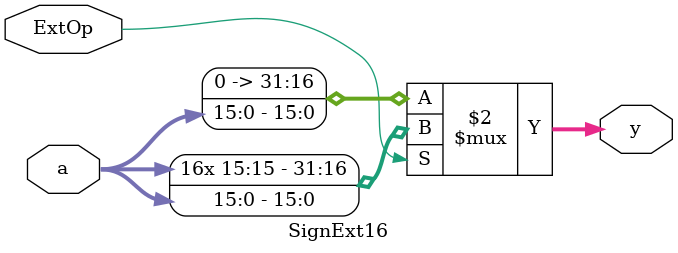
<source format=v>

module SignExt1 #(parameter WIDTH=32) (a,y);
	input a;
	output [WIDTH-1:0] y;
	
	assign y = {0+WIDTH{a}};
endmodule


//16 bits
module SignExt16 #(parameter WIDTH=32) (ExtOp,a,y);
	input ExtOp;
	input[15:0] a;
	output [WIDTH-1:0] y;
	
	assign y = (ExtOp==0) ? {16'b0, a} : {{WIDTH-16{a[15]}},a };
endmodule 
</source>
